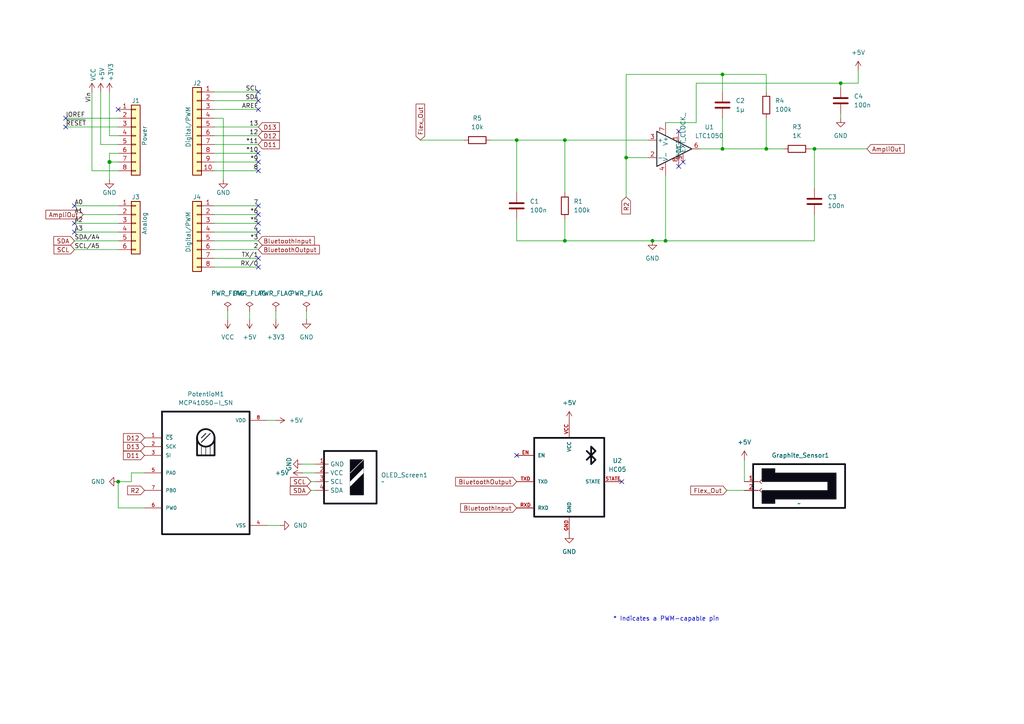
<source format=kicad_sch>
(kicad_sch (version 20250114) (generator "eeschema") (generator_version "9.0")
  (paper "A4")
  (title_block (date "mar. 31 mars 2015"))
  (lib_symbols
    (symbol "+3V3_1" (power) (pin_numbers (hide yes)) (pin_names (offset 0) (hide yes))
      (property "Value" "+3V3" (at 0 3.556 0))
      (symbol "+3V3_1_0_1"
        (polyline (pts (xy -0.762 1.27) (xy 0 2.54)))
        (polyline (pts (xy 0 2.54) (xy 0.762 1.27)))
        (polyline (pts (xy 0 0) (xy 0 2.54)))
      )
      (symbol "+3V3_1_1_1"
        (pin power_in line (at 0 0 90) (length 0) (name "~") (number "1"))
      )
    )
    (symbol "+5V_1" (power) (pin_numbers (hide yes)) (pin_names (offset 0) (hide yes))
      (property "Value" "+5V" (at 0 3.556 0))
      (symbol "+5V_1_0_1"
        (polyline (pts (xy -0.762 1.27) (xy 0 2.54)))
        (polyline (pts (xy 0 2.54) (xy 0.762 1.27)))
        (polyline (pts (xy 0 0) (xy 0 2.54)))
      )
      (symbol "+5V_1_1_1"
        (pin power_in line (at 0 0 90) (length 0) (name "~") (number "1"))
      )
    )
    (symbol "+5V_2" (power) (pin_numbers (hide yes)) (pin_names (offset 0) (hide yes))
      (property "Value" "+5V" (at 0 3.556 0))
      (symbol "+5V_2_0_1"
        (polyline (pts (xy -0.762 1.27) (xy 0 2.54)))
        (polyline (pts (xy 0 2.54) (xy 0.762 1.27)))
        (polyline (pts (xy 0 0) (xy 0 2.54)))
      )
      (symbol "+5V_2_1_1"
        (pin power_in line (at 0 0 90) (length 0) (name "~") (number "1"))
      )
    )
    (symbol "+5V_3" (power) (pin_numbers (hide yes)) (pin_names (offset 0) (hide yes))
      (property "Value" "+5V" (at 0 3.556 0))
      (symbol "+5V_3_0_1"
        (polyline (pts (xy -0.762 1.27) (xy 0 2.54)))
        (polyline (pts (xy 0 2.54) (xy 0.762 1.27)))
        (polyline (pts (xy 0 0) (xy 0 2.54)))
      )
      (symbol "+5V_3_1_1"
        (pin power_in line (at 0 0 90) (length 0) (name "~") (number "1"))
      )
    )
    (symbol "+5V_4" (power) (pin_numbers (hide yes)) (pin_names (offset 0) (hide yes))
      (property "Value" "+5V" (at 0 3.556 0))
      (symbol "+5V_4_0_1"
        (polyline (pts (xy -0.762 1.27) (xy 0 2.54)))
        (polyline (pts (xy 0 2.54) (xy 0.762 1.27)))
        (polyline (pts (xy 0 0) (xy 0 2.54)))
      )
      (symbol "+5V_4_1_1"
        (pin power_in line (at 0 0 90) (length 0) (name "~") (number "1"))
      )
    )
    (symbol "Connector:Conn_01x02_Socket" (pin_names (offset 1.016) (hide yes))
      (property "Reference" "Graphite_Sensor1" (at 11.176 7.62 0))
      (property "Value" "~" (at 10.795 -6.35 0))
      (symbol "Conn_01x02_Socket_1_1"
        (rectangle (start -2.54 5.08) (end 24.13 -7.62) (stroke (width 0.5) (color 10 10 20 1)))
        (polyline (pts (xy -1.27 0) (xy -0.508 0)) (stroke (width 0.1524)))
        (polyline (pts (xy -1.27 -2.54) (xy -0.508 -2.54)) (stroke (width 0.1524)))
        (polyline (pts (xy 0 3.81) (xy 3.81 3.81) (xy 3.81 2.54) (xy 21.59 2.54) (xy 21.59 -5.08) (xy 3.81 -5.08) (xy 3.81 -6.35) (xy 0 -6.35) (xy 0 -2.54) (xy 19.05 -2.54) (xy 19.05 0) (xy 3.81 0) (xy 0 0) (xy 0 3.81)) (stroke (width 0.1) (color 10 10 20 1)) (fill (type color) (color 10 10 20 1)))
        (arc (start 0 -0.508) (mid -0.5058 0) (end 0 0.508) (stroke (width 0.1524)))
        (arc (start 0 -3.048) (mid -0.5058 -2.54) (end 0 -2.032) (stroke (width 0.1524)))
        (pin passive line (at -5.08 0 0) (length 3.81) (name "VCC") (number "1"))
        (pin passive line (at -5.08 -2.54 0) (length 3.81) (name "OutPut") (number "2"))
      )
    )
    (symbol "Connector_Generic:Conn_01x06" (pin_names (offset 1.016) (hide yes))
      (property "Reference" "J" (at 0 7.62 0))
      (property "Value" "Conn_01x06" (at 0 -10.16 0))
      (symbol "Conn_01x06_1_1"
        (rectangle (start -1.27 6.35) (end 1.27 -8.89) (stroke (width 0.254)) (fill (type background)))
        (rectangle (start -1.27 5.207) (end 0 4.953) (stroke (width 0.1524)))
        (rectangle (start -1.27 2.667) (end 0 2.413) (stroke (width 0.1524)))
        (rectangle (start -1.27 0.127) (end 0 -0.127) (stroke (width 0.1524)))
        (rectangle (start -1.27 -2.413) (end 0 -2.667) (stroke (width 0.1524)))
        (rectangle (start -1.27 -4.953) (end 0 -5.207) (stroke (width 0.1524)))
        (rectangle (start -1.27 -7.493) (end 0 -7.747) (stroke (width 0.1524)))
        (pin passive line (at -5.08 5.08 0) (length 3.81) (name "Pin_1") (number "1"))
        (pin passive line (at -5.08 2.54 0) (length 3.81) (name "Pin_2") (number "2"))
        (pin passive line (at -5.08 0 0) (length 3.81) (name "Pin_3") (number "3"))
        (pin passive line (at -5.08 -2.54 0) (length 3.81) (name "Pin_4") (number "4"))
        (pin passive line (at -5.08 -5.08 0) (length 3.81) (name "Pin_5") (number "5"))
        (pin passive line (at -5.08 -7.62 0) (length 3.81) (name "Pin_6") (number "6"))
      )
    )
    (symbol "Connector_Generic:Conn_01x08" (pin_names (offset 1.016) (hide yes))
      (property "Reference" "J" (at 0 10.16 0))
      (property "Value" "Conn_01x08" (at 0 -12.7 0))
      (symbol "Conn_01x08_1_1"
        (rectangle (start -1.27 8.89) (end 1.27 -11.43) (stroke (width 0.254)) (fill (type background)))
        (rectangle (start -1.27 7.747) (end 0 7.493) (stroke (width 0.1524)))
        (rectangle (start -1.27 5.207) (end 0 4.953) (stroke (width 0.1524)))
        (rectangle (start -1.27 2.667) (end 0 2.413) (stroke (width 0.1524)))
        (rectangle (start -1.27 0.127) (end 0 -0.127) (stroke (width 0.1524)))
        (rectangle (start -1.27 -2.413) (end 0 -2.667) (stroke (width 0.1524)))
        (rectangle (start -1.27 -4.953) (end 0 -5.207) (stroke (width 0.1524)))
        (rectangle (start -1.27 -7.493) (end 0 -7.747) (stroke (width 0.1524)))
        (rectangle (start -1.27 -10.033) (end 0 -10.287) (stroke (width 0.1524)))
        (pin passive line (at -5.08 7.62 0) (length 3.81) (name "Pin_1") (number "1"))
        (pin passive line (at -5.08 5.08 0) (length 3.81) (name "Pin_2") (number "2"))
        (pin passive line (at -5.08 2.54 0) (length 3.81) (name "Pin_3") (number "3"))
        (pin passive line (at -5.08 0 0) (length 3.81) (name "Pin_4") (number "4"))
        (pin passive line (at -5.08 -2.54 0) (length 3.81) (name "Pin_5") (number "5"))
        (pin passive line (at -5.08 -5.08 0) (length 3.81) (name "Pin_6") (number "6"))
        (pin passive line (at -5.08 -7.62 0) (length 3.81) (name "Pin_7") (number "7"))
        (pin passive line (at -5.08 -10.16 0) (length 3.81) (name "Pin_8") (number "8"))
      )
    )
    (symbol "Connector_Generic:Conn_01x10" (pin_names (offset 1.016) (hide yes))
      (property "Reference" "J" (at 0 12.7 0))
      (property "Value" "Conn_01x10" (at 0 -15.24 0))
      (symbol "Conn_01x10_1_1"
        (rectangle (start -1.27 11.43) (end 1.27 -13.97) (stroke (width 0.254)) (fill (type background)))
        (rectangle (start -1.27 10.287) (end 0 10.033) (stroke (width 0.1524)))
        (rectangle (start -1.27 7.747) (end 0 7.493) (stroke (width 0.1524)))
        (rectangle (start -1.27 5.207) (end 0 4.953) (stroke (width 0.1524)))
        (rectangle (start -1.27 2.667) (end 0 2.413) (stroke (width 0.1524)))
        (rectangle (start -1.27 0.127) (end 0 -0.127) (stroke (width 0.1524)))
        (rectangle (start -1.27 -2.413) (end 0 -2.667) (stroke (width 0.1524)))
        (rectangle (start -1.27 -4.953) (end 0 -5.207) (stroke (width 0.1524)))
        (rectangle (start -1.27 -7.493) (end 0 -7.747) (stroke (width 0.1524)))
        (rectangle (start -1.27 -10.033) (end 0 -10.287) (stroke (width 0.1524)))
        (rectangle (start -1.27 -12.573) (end 0 -12.827) (stroke (width 0.1524)))
        (pin passive line (at -5.08 10.16 0) (length 3.81) (name "Pin_1") (number "1"))
        (pin passive line (at -5.08 7.62 0) (length 3.81) (name "Pin_2") (number "2"))
        (pin passive line (at -5.08 5.08 0) (length 3.81) (name "Pin_3") (number "3"))
        (pin passive line (at -5.08 2.54 0) (length 3.81) (name "Pin_4") (number "4"))
        (pin passive line (at -5.08 0 0) (length 3.81) (name "Pin_5") (number "5"))
        (pin passive line (at -5.08 -2.54 0) (length 3.81) (name "Pin_6") (number "6"))
        (pin passive line (at -5.08 -5.08 0) (length 3.81) (name "Pin_7") (number "7"))
        (pin passive line (at -5.08 -7.62 0) (length 3.81) (name "Pin_8") (number "8"))
        (pin passive line (at -5.08 -10.16 0) (length 3.81) (name "Pin_9") (number "9"))
        (pin passive line (at -5.08 -12.7 0) (length 3.81) (name "Pin_10") (number "10"))
      )
    )
    (symbol "Device:C" (pin_numbers (hide yes)) (pin_names (offset 0.254))
      (property "Reference" "C" (at 0.635 2.54 0))
      (property "Value" "C" (at 0.635 -2.54 0))
      (symbol "C_0_1"
        (polyline (pts (xy -2.032 0.762) (xy 2.032 0.762)) (stroke (width 0.508)))
        (polyline (pts (xy -2.032 -0.762) (xy 2.032 -0.762)) (stroke (width 0.508)))
      )
      (symbol "C_1_1"
        (pin passive line (at 0 3.81 270) (length 2.794) (name "~") (number "1"))
        (pin passive line (at 0 -3.81 90) (length 2.794) (name "~") (number "2"))
      )
    )
    (symbol "Device:R" (pin_numbers (hide yes)) (pin_names (offset 0))
      (property "Reference" "R" (at 2.032 0 90))
      (property "Value" "R" (at 0 0 90))
      (symbol "R_0_1"
        (rectangle (start -1.016 -2.54) (end 1.016 2.54) (stroke (width 0.254)))
      )
      (symbol "R_1_1"
        (pin passive line (at 0 3.81 270) (length 1.27) (name "~") (number "1"))
        (pin passive line (at 0 -3.81 90) (length 1.27) (name "~") (number "2"))
      )
    )
    (symbol "GND_1" (power) (pin_numbers (hide yes)) (pin_names (offset 0) (hide yes))
      (property "Value" "GND" (at 0 -3.81 0))
      (symbol "GND_1_0_1"
        (polyline (pts (xy 0 0) (xy 0 -1.27) (xy 1.27 -1.27) (xy 0 -2.54) (xy -1.27 -1.27) (xy 0 -1.27)))
      )
      (symbol "GND_1_1_1"
        (pin power_in line (at 0 0 270) (length 0) (name "~") (number "1"))
      )
    )
    (symbol "GND_3" (power) (pin_numbers (hide yes)) (pin_names (offset 0) (hide yes))
      (property "Value" "GND" (at 0 -3.81 0))
      (symbol "GND_3_0_1"
        (polyline (pts (xy 0 0) (xy 0 -1.27) (xy 1.27 -1.27) (xy 0 -2.54) (xy -1.27 -1.27) (xy 0 -1.27)))
      )
      (symbol "GND_3_1_1"
        (pin power_in line (at 0 0 270) (length 0) (name "~") (number "1"))
      )
    )
    (symbol "GND_4" (power) (pin_numbers (hide yes)) (pin_names (offset 0) (hide yes))
      (property "Value" "GND" (at 0 -3.81 0))
      (symbol "GND_4_0_1"
        (polyline (pts (xy 0 0) (xy 0 -1.27) (xy 1.27 -1.27) (xy 0 -2.54) (xy -1.27 -1.27) (xy 0 -1.27)))
      )
      (symbol "GND_4_1_1"
        (pin power_in line (at 0 0 270) (length 0) (name "~") (number "1"))
      )
    )
    (symbol "Graphite:HC05" (pin_names (offset 1.016))
      (property "Reference" "U2" (at 16.51 6.0708 0))
      (property "Value" "HC05" (at 16.51 3.5308 0))
      (symbol "HC05_0_0"
        (pin bidirectional line (at -12.7 7.62 0) (length 5.08) (name "EN") (number "EN"))
        (pin bidirectional line (at -12.7 0 0) (length 5.08) (name "TXD") (number "TXD"))
        (pin bidirectional line (at -12.7 -7.62 0) (length 5.08) (name "RXD") (number "RXD"))
        (pin bidirectional line (at 2.54 17.78 270) (length 5.08) (name "VCC") (number "VCC"))
        (pin bidirectional line (at 17.78 0 180) (length 5.08) (name "STATE") (number "STATE"))
      )
      (symbol "HC05_1_0"
        (rectangle (start -7.62 12.7) (end 12.7 -10.16) (stroke (width 0.5) (color 10 10 20 1)))
        (pin input line (at 2.54 -15.24 90) (length 5.08) (name "GND") (number "GND"))
      )
      (symbol "HC05_1_1"
        (polyline (pts (xy 7.62 8.89) (xy 8.89 7.62) (xy 10.16 8.89) (xy 8.89 10.16) (xy 8.89 5.08) (xy 10.16 6.35) (xy 8.89 7.62) (xy 7.62 6.35)) (stroke (width 0.5) (color 10 10 20 1)))
      )
    )
    (symbol "Graphite:LTC1050" (pin_names (offset 0.127))
      (property "Reference" "U1" (at 10.16 6.3186 0))
      (property "Value" "LTC1050" (at 10.16 3.7786 0))
      (symbol "LTC1050_1_1"
        (polyline (pts (xy -5.08 5.08) (xy -5.08 -5.08) (xy 5.08 0) (xy -5.08 5.08)) (stroke (width 0.25) (color 10 10 20 1)))
        (pin input line (at -7.62 2.54 0) (length 2.54) (name "+") (number "3"))
        (pin input line (at -7.62 -2.54 0) (length 2.54) (name "-") (number "2"))
        (pin no_connect line (at -5.08 0 0) (length 3.81) (hide yes) (name "NC") (number "1"))
        (pin power_in line (at -2.54 7.62 270) (length 3.81) (name "V+") (number "7"))
        (pin power_in line (at -2.54 -7.62 90) (length 3.81) (name "V-") (number "4"))
        (pin no_connect line (at 0 2.54 270) (length 3.81) (hide yes) (name "NC") (number "8"))
        (pin no_connect line (at 0 -2.54 90) (length 3.81) (hide yes) (name "NC") (number "5"))
        (pin passive line (at 1.27 5.08 270) (length 3.81) (name "NC1") (number "1"))
        (pin passive line (at 1.27 -5.08 90) (length 3.81) (name "NC2") (number "8"))
        (pin input line (at 2.54 -3.81 90) (length 2.54) (name "EXT_CLOCK_") (number "5"))
        (pin output line (at 7.62 0 180) (length 2.54) (name "~") (number "6"))
      )
    )
    (symbol "Graphite:MCP41050-I_SN" (pin_names (offset 1.016))
      (property "Reference" "PotentioM" (at 0 22.86 0))
      (property "Value" "MCP41050-I_SN" (at 0 20.32 0))
      (symbol "MCP41050-I_SN_0_0"
        (pin input line (at -17.78 10.16 0) (length 5.08) (name "~{CS}") (number "1"))
        (pin input line (at -17.78 7.62 0) (length 5.08) (name "SCK") (number "2"))
        (pin input line (at -17.78 5.08 0) (length 5.08) (name "SI") (number "3"))
        (pin bidirectional line (at -17.78 0 0) (length 5.08) (name "PA0") (number "5"))
        (pin bidirectional line (at -17.78 -5.08 0) (length 5.08) (name "PB0") (number "7"))
        (pin bidirectional line (at -17.78 -10.16 0) (length 5.08) (name "PW0") (number "6"))
        (pin power_in line (at 17.78 15.24 180) (length 5.08) (name "VDD") (number "8"))
        (pin power_in line (at 17.78 -15.24 180) (length 5.08) (name "VSS") (number "4"))
      )
      (symbol "MCP41050-I_SN_1_0"
        (rectangle (start -12.7 17.78) (end 12.7 -17.78) (stroke (width 0.5) (color 10 10 20 1)))
        (polyline (pts (xy -1.27 10.16) (xy 0 11.43)) (stroke (width 0.25) (color 10 10 20 1)))
        (polyline (pts (xy -1.27 8.89) (xy 1.27 11.43)) (stroke (width 0.25) (color 10 10 20 1)))
        (circle (center 0 10.16) (radius 2.54) (stroke (width 0.5) (color 10 10 20 1)))
        (polyline (pts (xy 2.54 10.16) (xy 2.54 5.08) (xy -2.54 5.08) (xy -2.54 10.16)) (stroke (width 0.5) (color 10 10 20 1)))
      )
      (symbol "MCP41050-I_SN_1_1"
        (polyline (pts (xy -1.27 7.62) (xy -1.27 5.08)) (stroke (width 0) (color 10 10 20 1)))
        (polyline (pts (xy 0 7.62) (xy 0 5.08)) (stroke (width 0) (color 10 10 20 1)))
        (polyline (pts (xy 1.27 7.62) (xy 1.27 5.08)) (stroke (width 0) (color 10 10 20 1)))
      )
    )
    (symbol "Graphite:OLED"
      (property "Reference" "OLED_Screen1" (at 13.97 -0.6349 0))
      (property "Value" "~" (at 13.97 -2.54 0))
      (symbol "OLED_1_1"
        (rectangle (start -2.54 6.35) (end 12.7 -8.89) (stroke (width 0.5) (color 10 10 20 1)))
        (rectangle (start 5.08 3.81) (end 8.89 -6.35) (stroke (width 0.254) (color 10 10 20 1)) (fill (type outline)))
        (polyline (pts (xy 5.08 0) (xy 8.89 3.81)) (stroke (width 0) (color 255 255 255 1)))
        (polyline (pts (xy 5.08 -2.54) (xy 8.89 1.27) (xy 8.89 0) (xy 5.08 -3.81) (xy 5.08 -2.54)) (stroke (width 0) (color 255 255 255 1)) (fill (type outline)))
        (pin input line (at -5.08 2.54 0) (length 3.81) (name "GND") (number "1"))
        (pin input line (at -5.08 0 0) (length 3.81) (name "VCC") (number "2"))
        (pin input line (at -5.08 -2.54 0) (length 3.81) (name "SCL") (number "3"))
        (pin bidirectional line (at -5.08 -5.08 0) (length 3.81) (name "SDA") (number "4"))
      )
    )
    (symbol "VCC_1" (power) (pin_numbers (hide yes)) (pin_names (offset 0) (hide yes))
      (property "Value" "VCC" (at 0 3.556 0))
      (symbol "VCC_1_0_1"
        (polyline (pts (xy -0.762 1.27) (xy 0 2.54)))
        (polyline (pts (xy 0 2.54) (xy 0.762 1.27)))
        (polyline (pts (xy 0 0) (xy 0 2.54)))
      )
      (symbol "VCC_1_1_1"
        (pin power_in line (at 0 0 90) (length 0) (name "~") (number "1"))
      )
    )
    (symbol "power:+3V3" (power) (pin_names (offset 0))
      (property "Value" "+3V3" (at 0 3.556 0))
      (symbol "+3V3_0_1"
        (polyline (pts (xy -0.762 1.27) (xy 0 2.54)))
        (polyline (pts (xy 0 2.54) (xy 0.762 1.27)))
        (polyline (pts (xy 0 0) (xy 0 2.54)))
      )
      (symbol "+3V3_1_1"
        (pin power_in line (at 0 0 90) (length 0) (hide yes) (name "+3V3") (number "1"))
      )
    )
    (symbol "power:+5V" (power) (pin_names (offset 0))
      (property "Value" "+5V" (at 0 3.556 0))
      (symbol "+5V_0_1"
        (polyline (pts (xy -0.762 1.27) (xy 0 2.54)))
        (polyline (pts (xy 0 2.54) (xy 0.762 1.27)))
        (polyline (pts (xy 0 0) (xy 0 2.54)))
      )
      (symbol "+5V_1_1"
        (pin power_in line (at 0 0 90) (length 0) (hide yes) (name "+5V") (number "1"))
      )
    )
    (symbol "power:GND" (power) (pin_names (offset 0))
      (property "Value" "GND" (at 0 -3.81 0))
      (symbol "GND_0_1"
        (polyline (pts (xy 0 0) (xy 0 -1.27) (xy 1.27 -1.27) (xy 0 -2.54) (xy -1.27 -1.27) (xy 0 -1.27)))
      )
      (symbol "GND_1_1"
        (pin power_in line (at 0 0 270) (length 0) (hide yes) (name "GND") (number "1"))
      )
    )
    (symbol "power:PWR_FLAG" (power) (pin_numbers (hide yes)) (pin_names (offset 0) (hide yes))
      (property "Value" "PWR_FLAG" (at 0 3.81 0))
      (symbol "PWR_FLAG_0_0"
        (pin power_out line (at 0 0 90) (length 0) (name "~") (number "1"))
      )
      (symbol "PWR_FLAG_0_1"
        (polyline (pts (xy 0 0) (xy 0 1.27) (xy -1.016 1.905) (xy 0 2.54) (xy 1.016 1.905) (xy 0 1.27)))
      )
    )
    (symbol "power:VCC" (power) (pin_names (offset 0))
      (property "Value" "VCC" (at 0 3.81 0))
      (symbol "VCC_0_1"
        (polyline (pts (xy -0.762 1.27) (xy 0 2.54)))
        (polyline (pts (xy 0 2.54) (xy 0.762 1.27)))
        (polyline (pts (xy 0 0) (xy 0 2.54)))
      )
      (symbol "VCC_1_1"
        (pin power_in line (at 0 0 90) (length 0) (hide yes) (name "VCC") (number "1"))
      )
    )
  )
  (text "* Indicates a PWM-capable pin" (at 177.8 180.34 0) (effects (font (size 1.27 1.27)) (justify left bottom)))
  (junction (at 181.61 45.72))
  (junction (at 149.86 40.64))
  (junction (at 163.83 40.64))
  (junction (at 31.75 46.99) (diameter 1.016))
  (junction (at 34.29 139.7))
  (junction (at 243.84 24.13))
  (junction (at 209.55 21.59))
  (junction (at 163.83 69.85))
  (junction (at 189.23 69.85))
  (junction (at 222.25 43.18))
  (junction (at 236.22 43.18))
  (junction (at 193.04 69.85))
  (junction (at 209.55 43.18))
  (no_connect (at 19.05 36.83))
  (no_connect (at 74.93 49.53))
  (no_connect (at 74.93 74.93))
  (no_connect (at 21.59 59.69))
  (no_connect (at 74.93 31.75))
  (no_connect (at 196.85 48.26))
  (no_connect (at 74.93 46.99))
  (no_connect (at 74.93 29.21))
  (no_connect (at 74.93 59.69))
  (no_connect (at 74.93 62.23))
  (no_connect (at 74.93 67.31))
  (no_connect (at 74.8286 44.45))
  (no_connect (at 196.85 38.1))
  (no_connect (at 198.12 46.99))
  (no_connect (at 74.93 64.77))
  (no_connect (at 74.93 26.67))
  (no_connect (at 180.34 139.7))
  (no_connect (at 74.93 77.47))
  (no_connect (at 34.29 31.75))
  (no_connect (at 21.59 64.77))
  (no_connect (at 19.05 34.29))
  (no_connect (at 149.86 132.08))
  (no_connect (at 21.59 67.31))
  (wire (pts (xy 62.23 77.47) (xy 74.93 77.47)))
  (wire (pts (xy 87.63 137.16) (xy 91.44 137.16)))
  (wire (pts (xy 236.22 43.18) (xy 236.22 54.61)))
  (wire (pts (xy 181.61 45.72) (xy 181.61 57.15)))
  (wire (pts (xy 62.23 26.67) (xy 74.93 26.67)))
  (wire (pts (xy 90.17 139.7) (xy 91.44 139.7)))
  (wire (pts (xy 121.92 40.64) (xy 134.62 40.64)))
  (wire (pts (xy 193.04 69.85) (xy 236.22 69.85)))
  (wire (pts (xy 209.55 21.59) (xy 181.61 21.59)))
  (wire (pts (xy 31.75 44.45) (xy 31.75 46.99)))
  (wire (pts (xy 193.04 35.56) (xy 201.93 35.56)))
  (wire (pts (xy 236.22 62.23) (xy 236.22 69.85)))
  (wire (pts (xy 21.59 72.39) (xy 34.29 72.39)))
  (wire (pts (xy 77.47 152.4) (xy 81.28 152.4)))
  (wire (pts (xy 31.75 46.99) (xy 31.75 52.07)))
  (wire (pts (xy 31.75 39.37) (xy 34.29 39.37)))
  (wire (pts (xy 243.84 33.02) (xy 243.84 34.29)))
  (wire (pts (xy 72.39 90.17) (xy 72.39 92.71)))
  (wire (pts (xy 210.82 142.24) (xy 215.9 142.24)))
  (wire (pts (xy 29.21 41.91) (xy 34.29 41.91)))
  (wire (pts (xy 29.21 26.67) (xy 29.21 41.91)))
  (wire (pts (xy 24.13 62.23) (xy 34.29 62.23)))
  (wire (pts (xy 149.86 69.85) (xy 163.83 69.85)))
  (wire (pts (xy 41.91 147.32) (xy 34.29 147.32)))
  (wire (pts (xy 222.25 34.29) (xy 222.25 43.18)))
  (wire (pts (xy 62.23 36.83) (xy 74.93 36.83)))
  (wire (pts (xy 201.93 24.13) (xy 201.93 35.56)))
  (wire (pts (xy 189.23 69.85) (xy 193.04 69.85)))
  (wire (pts (xy 31.75 26.67) (xy 31.75 39.37)))
  (wire (pts (xy 62.23 59.69) (xy 74.93 59.69)))
  (wire (pts (xy 62.23 39.37) (xy 74.93 39.37)))
  (wire (pts (xy 62.23 62.23) (xy 74.93 62.23)))
  (wire (pts (xy 209.55 34.29) (xy 209.55 43.18)))
  (wire (pts (xy 41.91 137.16) (xy 38.1 137.16)))
  (wire (pts (xy 142.24 40.64) (xy 149.86 40.64)))
  (wire (pts (xy 149.86 55.88) (xy 149.86 40.64)))
  (wire (pts (xy 222.25 21.59) (xy 209.55 21.59)))
  (wire (pts (xy 62.23 46.99) (xy 74.93 46.99)))
  (wire (pts (xy 38.1 137.16) (xy 38.1 139.7)))
  (wire (pts (xy 34.29 139.7) (xy 34.29 147.32)))
  (wire (pts (xy 243.84 24.13) (xy 248.92 24.13)))
  (wire (pts (xy 62.23 67.31) (xy 74.93 67.31)))
  (wire (pts (xy 66.04 90.17) (xy 66.04 92.71)))
  (wire (pts (xy 19.05 34.29) (xy 34.29 34.29)))
  (wire (pts (xy 163.83 63.5) (xy 163.83 69.85)))
  (wire (pts (xy 149.86 63.5) (xy 149.86 69.85)))
  (wire (pts (xy 149.86 40.64) (xy 163.83 40.64)))
  (wire (pts (xy 215.9 133.35) (xy 215.9 139.7)))
  (wire (pts (xy 64.77 34.29) (xy 64.77 52.07)))
  (wire (pts (xy 209.55 21.59) (xy 209.55 26.67)))
  (wire (pts (xy 62.23 31.75) (xy 74.93 31.75)))
  (wire (pts (xy 34.29 64.77) (xy 21.59 64.77)))
  (wire (pts (xy 193.04 50.8) (xy 193.04 69.85)))
  (wire (pts (xy 19.05 36.83) (xy 34.29 36.83)))
  (wire (pts (xy 234.95 43.18) (xy 236.22 43.18)))
  (wire (pts (xy 34.29 46.99) (xy 31.75 46.99)))
  (wire (pts (xy 62.23 41.91) (xy 74.93 41.91)))
  (wire (pts (xy 222.25 26.67) (xy 222.25 21.59)))
  (wire (pts (xy 77.47 121.92) (xy 80.01 121.92)))
  (wire (pts (xy 34.29 49.53) (xy 26.67 49.53)))
  (wire (pts (xy 88.9 90.17) (xy 88.9 92.71)))
  (wire (pts (xy 251.46 43.18) (xy 236.22 43.18)))
  (wire (pts (xy 181.61 21.59) (xy 181.61 45.72)))
  (wire (pts (xy 203.2 43.18) (xy 209.55 43.18)))
  (wire (pts (xy 201.93 24.13) (xy 243.84 24.13)))
  (wire (pts (xy 62.23 34.29) (xy 64.77 34.29)))
  (wire (pts (xy 38.1 139.7) (xy 34.29 139.7)))
  (wire (pts (xy 34.29 44.45) (xy 31.75 44.45)))
  (wire (pts (xy 222.25 43.18) (xy 227.33 43.18)))
  (wire (pts (xy 243.84 24.13) (xy 243.84 25.4)))
  (wire (pts (xy 62.23 64.77) (xy 74.93 64.77)))
  (wire (pts (xy 90.17 142.24) (xy 91.44 142.24)))
  (wire (pts (xy 21.59 67.31) (xy 34.29 67.31)))
  (wire (pts (xy 80.01 90.17) (xy 80.01 92.71)))
  (wire (pts (xy 87.63 134.62) (xy 91.44 134.62)))
  (wire (pts (xy 21.59 59.69) (xy 34.29 59.69)))
  (wire (pts (xy 209.55 43.18) (xy 222.25 43.18)))
  (wire (pts (xy 163.83 69.85) (xy 189.23 69.85)))
  (wire (pts (xy 62.23 29.21) (xy 74.93 29.21)))
  (wire (pts (xy 62.23 44.45) (xy 74.93 44.45)))
  (wire (pts (xy 62.23 72.39) (xy 74.93 72.39)))
  (wire (pts (xy 62.23 69.85) (xy 74.93 69.85)))
  (wire (pts (xy 187.96 45.72) (xy 181.61 45.72)))
  (wire (pts (xy 163.83 40.64) (xy 163.83 55.88)))
  (wire (pts (xy 62.23 74.93) (xy 74.93 74.93)))
  (wire (pts (xy 187.96 40.64) (xy 163.83 40.64)))
  (wire (pts (xy 26.67 49.53) (xy 26.67 26.67)))
  (wire (pts (xy 34.29 69.85) (xy 21.59 69.85)))
  (wire (pts (xy 62.23 49.53) (xy 74.93 49.53)))
  (wire (pts (xy 248.92 20.32) (xy 248.92 24.13)))
  (label "RX{slash}0" (at 74.93 77.47 180))
  (label "A2" (at 21.59 64.77 0))
  (label "4" (at 74.93 67.31 180))
  (label "2" (at 74.93 72.39 180))
  (label "A3" (at 21.59 67.31 0))
  (label "13" (at 74.93 36.83 180))
  (label "12" (at 74.93 39.37 180))
  (label "~{RESET}" (at 19.05 36.83 0))
  (label "*10" (at 74.93 44.45 180))
  (label "7" (at 74.93 59.69 180))
  (label "SDA" (at 74.93 29.21 180))
  (label "8" (at 74.93 49.53 180))
  (label "*11" (at 74.93 41.91 180))
  (label "*3" (at 74.93 69.85 180))
  (label "A1" (at 21.59 62.23 0))
  (label "TX{slash}1" (at 74.93 74.93 180))
  (label "A0" (at 21.59 59.69 0))
  (label "AREF" (at 74.93 31.75 180))
  (label "Vin" (at 26.67 26.67 270))
  (label "*6" (at 74.93 62.23 180))
  (label "SCL" (at 74.93 26.67 180))
  (label "*9" (at 74.93 46.99 180))
  (label "*5" (at 74.93 64.77 180))
  (label "IOREF" (at 19.05 34.29 0))
  (label "SDA{slash}A4" (at 21.59 69.85 0))
  (label "SCL{slash}A5" (at 21.59 72.39 0))
  (global_label "BluetoothOutput" (shape input) (at 149.86 139.7 180) (property "Intersheetrefs" "${INTERSHEET_REFS}" (effects (hide yes))))
  (global_label "R2" (shape input) (at 41.91 142.24 180) (property "Intersheetrefs" "${INTERSHEET_REFS}" (effects (hide yes))))
  (global_label "D12" (shape input) (at 41.91 127 180) (property "Intersheetrefs" "${INTERSHEET_REFS}" (effects (hide yes))))
  (global_label "D11" (shape input) (at 74.93 41.91 0) (property "Intersheetrefs" "${INTERSHEET_REFS}" (effects (hide yes))))
  (global_label "D13" (shape input) (at 41.91 129.54 180) (property "Intersheetrefs" "${INTERSHEET_REFS}" (effects (hide yes))))
  (global_label "D13" (shape input) (at 74.93 36.83 0) (property "Intersheetrefs" "${INTERSHEET_REFS}" (effects (hide yes))))
  (global_label "Flex_Out" (shape input) (at 210.82 142.24 180) (property "Intersheetrefs" "${INTERSHEET_REFS}" (effects (hide yes))))
  (global_label "SDA" (shape input) (at 21.59 69.85 180) (property "Intersheetrefs" "${INTERSHEET_REFS}" (effects (hide yes))))
  (global_label "R2" (shape input) (at 181.61 57.15 270) (property "Intersheetrefs" "${INTERSHEET_REFS}" (effects (hide yes))))
  (global_label "Flex_Out" (shape input) (at 121.92 40.64 90) (property "Intersheetrefs" "${INTERSHEET_REFS}" (effects (hide yes))))
  (global_label "BluetoothInput" (shape input) (at 74.93 69.85 0) (property "Intersheetrefs" "${INTERSHEET_REFS}" (effects (hide yes))))
  (global_label "BluetoothOutput" (shape input) (at 74.93 72.39 0) (property "Intersheetrefs" "${INTERSHEET_REFS}" (effects (hide yes))))
  (global_label "D12" (shape input) (at 74.93 39.37 0) (property "Intersheetrefs" "${INTERSHEET_REFS}" (effects (hide yes))))
  (global_label "SCL" (shape input) (at 21.59 72.39 180) (property "Intersheetrefs" "${INTERSHEET_REFS}" (effects (hide yes))))
  (global_label "SDA" (shape input) (at 90.17 142.24 180) (property "Intersheetrefs" "${INTERSHEET_REFS}" (effects (hide yes))))
  (global_label "AmpliOut" (shape input) (at 24.13 62.23 180) (property "Intersheetrefs" "${INTERSHEET_REFS}" (effects (hide yes))))
  (global_label "BluetoothInput" (shape input) (at 149.86 147.32 180) (property "Intersheetrefs" "${INTERSHEET_REFS}" (effects (hide yes))))
  (global_label "SCL" (shape input) (at 90.17 139.7 180) (property "Intersheetrefs" "${INTERSHEET_REFS}" (effects (hide yes))))
  (global_label "D11" (shape input) (at 41.91 132.08 180) (property "Intersheetrefs" "${INTERSHEET_REFS}" (effects (hide yes))))
  (global_label "AmpliOut" (shape input) (at 251.46 43.18 0) (property "Intersheetrefs" "${INTERSHEET_REFS}" (effects (hide yes))))
  (symbol (lib_id "Connector_Generic:Conn_01x08") (at 39.37 39.37 0) (unit 1)
    (property "Reference" "J1" (at 39.37 29.21 0))
    (property "Value" "Power" (at 41.91 39.37 90))
    (property "Footprint" "Connector_PinSocket_2.54mm:PinSocket_1x08_P2.54mm_Vertical" (effects (hide yes)))
  )
  (symbol (lib_id "power:+3V3") (at 31.75 26.67 0) (unit 1)
    (property "Reference" "#PWR03" (effects (hide yes)))
    (property "Value" "+3V3" (at 32.131 23.622 90) (effects (justify left)))
  )
  (symbol (lib_id "power:+5V") (at 29.21 26.67 0) (unit 1)
    (property "Reference" "#PWR02" (effects (hide yes)))
    (property "Value" "+5V" (at 29.5656 23.622 90) (effects (justify left)))
  )
  (symbol (lib_id "power:GND") (at 31.75 52.07 0) (unit 1)
    (property "Reference" "#PWR04" (effects (hide yes)))
    (property "Value" "GND" (at 31.75 55.88 0))
  )
  (symbol (lib_id "Connector_Generic:Conn_01x10") (at 57.15 36.83 0) (mirror y) (unit 1)
    (property "Reference" "J2" (at 57.15 24.13 0))
    (property "Value" "Digital/PWM" (at 54.61 36.83 90))
    (property "Footprint" "Connector_PinSocket_2.54mm:PinSocket_1x10_P2.54mm_Vertical" (effects (hide yes)))
  )
  (symbol (lib_id "power:GND") (at 64.77 52.07 0) (unit 1)
    (property "Reference" "#PWR05" (effects (hide yes)))
    (property "Value" "GND" (at 64.77 55.88 0))
  )
  (symbol (lib_id "Connector_Generic:Conn_01x06") (at 39.37 64.77 0) (unit 1)
    (property "Reference" "J3" (at 39.37 57.15 0))
    (property "Value" "Analog" (at 41.91 64.77 90))
    (property "Footprint" "Connector_PinSocket_2.54mm:PinSocket_1x06_P2.54mm_Vertical" (effects (hide yes)))
  )
  (symbol (lib_id "Connector_Generic:Conn_01x08") (at 57.15 67.31 0) (mirror y) (unit 1)
    (property "Reference" "J4" (at 57.15 57.15 0))
    (property "Value" "Digital/PWM" (at 54.61 67.31 90))
    (property "Footprint" "Connector_PinSocket_2.54mm:PinSocket_1x08_P2.54mm_Vertical" (effects (hide yes)))
  )
  (symbol (lib_id "Device:R") (at 222.25 30.48 180) (unit 1)
    (property "Reference" "R4" (at 224.79 29.2099 0) (effects (justify right)))
    (property "Value" "100k" (at 224.79 31.7499 0) (effects (justify right)))
    (property "Footprint" "Resistor_THT:R_Axial_DIN0204_L3.6mm_D1.6mm_P7.62mm_Horizontal" (effects (hide yes)))
    (property "Description" "Resistor" (effects (hide yes)))
  )
  (symbol (lib_id "Connector:Conn_01x02_Socket") (at 220.98 139.7 0) (unit 1)
    (property "Reference" "Graphite_Sensor1" (at 232.156 132.08 0))
    (property "Value" "~" (at 231.775 146.05 0))
    (property "Footprint" "Capteur4A:Sensor" (effects (hide yes)))
    (property "Description" "Graphite Sensor" (effects (hide yes)))
  )
  (symbol (lib_id "Device:C") (at 243.84 29.21 180) (unit 1)
    (property "Reference" "C4" (at 247.65 27.9399 0) (effects (justify right)))
    (property "Value" "100n" (at 247.65 30.4799 0) (effects (justify right)))
    (property "Footprint" "Capacitor_THT:C_Disc_D3.0mm_W2.0mm_P2.50mm" (effects (hide yes)))
    (property "Description" "Unpolarized capacitor" (effects (hide yes)))
  )
  (symbol (lib_name "GND_3") (lib_id "power:GND") (at 88.9 92.71 0) (unit 1)
    (property "Reference" "#PWR012" (effects (hide yes)))
    (property "Value" "GND" (at 88.9 97.79 0))
    (property "Description" "Power symbol creates a global label with name \"GND\" , ground" (effects (hide yes)))
  )
  (symbol (lib_id "Device:C") (at 209.55 30.48 0) (unit 1)
    (property "Reference" "C2" (at 213.36 29.2099 0) (effects (justify left)))
    (property "Value" "1µ" (at 213.36 31.7499 0) (effects (justify left)))
    (property "Footprint" "Capacitor_THT:C_Rect_L7.0mm_W4.5mm_P5.00mm" (effects (hide yes)))
    (property "Description" "Unpolarized capacitor" (effects (hide yes)))
  )
  (symbol (lib_name "+5V_1") (lib_id "power:+5V") (at 248.92 20.32 0) (unit 1)
    (property "Reference" "#PWR08" (effects (hide yes)))
    (property "Value" "+5V" (at 248.92 15.24 0))
    (property "Description" "Power symbol creates a global label with name \"+5V\"" (effects (hide yes)))
  )
  (symbol (lib_id "Graphite:MCP41050-I_SN") (at 59.69 137.16 0) (unit 1)
    (property "Reference" "PotentioM1" (at 59.69 114.3 0))
    (property "Value" "MCP41050-I_SN" (at 59.69 116.84 0))
    (property "Footprint" "Capteur4A:MCP41050" (effects (hide yes)))
    (property "MF" "Microchip" (effects (hide yes)))
    (property "Description_1" "\n                        \n                            MCP41050-I/SN,Digital Potentiometer 50kOhms 256-Pos Linear Serial-SPI 8-Pin SOIC | Microchip Technology Inc. MCP41050-I/SN\n                        \n" (effects (hide yes)))
    (property "Package" "SOIC-8 Microchip" (effects (hide yes)))
    (property "Price" "None" (effects (hide yes)))
    (property "SnapEDA_Link" "https://www.snapeda.com/parts/MCP41050-I/SN/Microchip/view-part/?ref=snap" (effects (hide yes)))
    (property "MP" "MCP41050-I/SN" (effects (hide yes)))
    (property "Availability" "In Stock" (effects (hide yes)))
    (property "Check_prices" "https://www.snapeda.com/parts/MCP41050-I/SN/Microchip/view-part/?ref=eda" (effects (hide yes)))
  )
  (symbol (lib_id "Device:C") (at 149.86 59.69 0) (unit 1)
    (property "Reference" "C1" (at 153.67 58.4199 0) (effects (justify left)))
    (property "Value" "100n" (at 153.67 60.9599 0) (effects (justify left)))
    (property "Footprint" "Capacitor_THT:C_Disc_D3.0mm_W2.0mm_P2.50mm" (effects (hide yes)))
    (property "Description" "Unpolarized capacitor" (effects (hide yes)))
  )
  (symbol (lib_name "GND_3") (lib_id "power:GND") (at 81.28 152.4 90) (unit 1)
    (property "Reference" "#PWR019" (effects (hide yes)))
    (property "Value" "GND" (at 85.09 152.3999 90) (effects (justify right)))
    (property "Description" "Power symbol creates a global label with name \"GND\" , ground" (effects (hide yes)))
  )
  (symbol (lib_id "power:PWR_FLAG") (at 88.9 90.17 0) (unit 1)
    (property "Reference" "#FLG04" (effects (hide yes)))
    (property "Value" "PWR_FLAG" (at 88.9 85.09 0))
    (property "Description" "Special symbol for telling ERC where power comes from" (effects (hide yes)))
  )
  (symbol (lib_id "Graphite:LTC1050") (at 195.58 43.18 0) (unit 1)
    (property "Reference" "U1" (at 205.74 36.8614 0))
    (property "Value" "LTC1050" (at 205.74 39.4014 0))
    (property "Footprint" "Capteur4A:LTC1050" (effects (hide yes)))
    (property "Datasheet" "https://www.analog.com/media/en/technical-documentation/data-sheets/OP1177_2177_4177.pdf" (effects (hide yes)))
    (property "Description" "Precision Low Noise, Low Input Bias Current Operational Amplifier, SOIC-8" (effects (hide yes)))
  )
  (symbol (lib_name "GND_1") (lib_id "power:GND") (at 243.84 34.29 0) (unit 1)
    (property "Reference" "#PWR013" (effects (hide yes)))
    (property "Value" "GND" (at 243.84 39.37 0))
    (property "Description" "Power symbol creates a global label with name \"GND\" , ground" (effects (hide yes)))
  )
  (symbol (lib_id "power:PWR_FLAG") (at 72.39 90.17 0) (unit 1)
    (property "Reference" "#FLG02" (effects (hide yes)))
    (property "Value" "PWR_FLAG" (at 72.39 85.09 0))
    (property "Description" "Special symbol for telling ERC where power comes from" (effects (hide yes)))
  )
  (symbol (lib_id "power:PWR_FLAG") (at 66.04 90.17 0) (unit 1)
    (property "Reference" "#FLG01" (effects (hide yes)))
    (property "Value" "PWR_FLAG" (at 66.04 85.09 0))
    (property "Description" "Special symbol for telling ERC where power comes from" (effects (hide yes)))
  )
  (symbol (lib_id "Device:R") (at 231.14 43.18 90) (unit 1)
    (property "Reference" "R3" (at 231.14 36.83 90))
    (property "Value" "1K" (at 231.14 39.37 90))
    (property "Footprint" "Resistor_THT:R_Axial_DIN0204_L3.6mm_D1.6mm_P7.62mm_Horizontal" (effects (hide yes)))
    (property "Description" "Resistor" (effects (hide yes)))
  )
  (symbol (lib_id "power:VCC") (at 26.67 26.67 0) (unit 1)
    (property "Reference" "#PWR01" (effects (hide yes)))
    (property "Value" "VCC" (at 27.051 23.622 90) (effects (justify left)))
  )
  (symbol (lib_name "+5V_2") (lib_id "power:+5V") (at 72.39 92.71 180) (unit 1)
    (property "Reference" "#PWR010" (effects (hide yes)))
    (property "Value" "+5V" (at 72.39 97.79 0))
    (property "Description" "Power symbol creates a global label with name \"+5V\"" (effects (hide yes)))
  )
  (symbol (lib_name "+5V_3") (lib_id "power:+5V") (at 215.9 133.35 0) (unit 1)
    (property "Reference" "#PWR014" (effects (hide yes)))
    (property "Value" "+5V" (at 215.9 128.27 0))
    (property "Description" "Power symbol creates a global label with name \"+5V\"" (effects (hide yes)))
  )
  (symbol (lib_id "Graphite:OLED") (at 96.52 137.16 0) (unit 1)
    (property "Reference" "OLED_Screen1" (at 110.49 137.7949 0) (effects (justify left)))
    (property "Value" "~" (at 110.49 139.7 0) (effects (justify left)))
    (property "Footprint" "Capteur4A:OLED" (effects (hide yes)))
  )
  (symbol (lib_name "GND_4") (lib_id "power:GND") (at 165.1 154.94 0) (unit 1)
    (property "Reference" "#PWR016" (effects (hide yes)))
    (property "Value" "GND" (at 165.1 160.02 0))
    (property "Description" "Power symbol creates a global label with name \"GND\" , ground" (effects (hide yes)))
  )
  (symbol (lib_id "power:PWR_FLAG") (at 80.01 90.17 0) (unit 1)
    (property "Reference" "#FLG03" (effects (hide yes)))
    (property "Value" "PWR_FLAG" (at 80.01 85.09 0))
    (property "Description" "Special symbol for telling ERC where power comes from" (effects (hide yes)))
  )
  (symbol (lib_name "+3V3_1") (lib_id "power:+3V3") (at 80.01 92.71 180) (unit 1)
    (property "Reference" "#PWR011" (effects (hide yes)))
    (property "Value" "+3V3" (at 80.01 97.79 0))
    (property "Description" "Power symbol creates a global label with name \"+3V3\"" (effects (hide yes)))
  )
  (symbol (lib_name "GND_3") (lib_id "power:GND") (at 34.29 139.7 270) (unit 1)
    (property "Reference" "#PWR018" (effects (hide yes)))
    (property "Value" "GND" (at 30.48 139.6999 90) (effects (justify right)))
    (property "Description" "Power symbol creates a global label with name \"GND\" , ground" (effects (hide yes)))
  )
  (symbol (lib_name "+5V_2") (lib_id "power:+5V") (at 80.01 121.92 270) (unit 1)
    (property "Reference" "#PWR022" (effects (hide yes)))
    (property "Value" "+5V" (at 83.82 121.9199 90) (effects (justify left)))
    (property "Description" "Power symbol creates a global label with name \"+5V\"" (effects (hide yes)))
  )
  (symbol (lib_name "VCC_1") (lib_id "power:VCC") (at 66.04 92.71 180) (unit 1)
    (property "Reference" "#PWR09" (effects (hide yes)))
    (property "Value" "VCC" (at 66.04 97.79 0))
    (property "Description" "Power symbol creates a global label with name \"VCC\"" (effects (hide yes)))
  )
  (symbol (lib_id "Graphite:HC05") (at 162.56 139.7 0) (unit 1)
    (property "Reference" "U2" (at 179.07 133.6292 0))
    (property "Value" "HC05" (at 179.07 136.1692 0))
    (property "Footprint" "Capteur4A:HCO5" (effects (hide yes)))
    (property "MF" "TE Connectivity" (effects (hide yes)))
    (property "Description_1" "\n                        \n                            Cable Markers Printable Heat Shrink\n                        \n" (effects (hide yes)))
    (property "Package" "None" (effects (hide yes)))
    (property "Price" "None" (effects (hide yes)))
    (property "SnapEDA_Link" "https://www.snapeda.com/parts/HC05/TE+Connectivity/view-part/?ref=snap" (effects (hide yes)))
    (property "MP" "HC05" (effects (hide yes)))
    (property "Availability" "Not in stock" (effects (hide yes)))
    (property "Check_prices" "https://www.snapeda.com/parts/HC05/TE+Connectivity/view-part/?ref=eda" (effects (hide yes)))
  )
  (symbol (lib_name "+5V_4") (lib_id "power:+5V") (at 165.1 121.92 0) (unit 1)
    (property "Reference" "#PWR017" (effects (hide yes)))
    (property "Value" "+5V" (at 165.1 116.84 0))
    (property "Description" "Power symbol creates a global label with name \"+5V\"" (effects (hide yes)))
  )
  (symbol (lib_id "Device:R") (at 163.83 59.69 0) (unit 1)
    (property "Reference" "R1" (at 166.37 58.4199 0) (effects (justify left)))
    (property "Value" "100k" (at 166.37 60.9599 0) (effects (justify left)))
    (property "Footprint" "Resistor_THT:R_Axial_DIN0204_L3.6mm_D1.6mm_P7.62mm_Horizontal" (effects (hide yes)))
    (property "Description" "Resistor" (effects (hide yes)))
  )
  (symbol (lib_id "power:GND") (at 87.63 134.62 270) (unit 1)
    (property "Reference" "#PWR020" (effects (hide yes)))
    (property "Value" "GND" (at 83.82 134.62 0))
  )
  (symbol (lib_name "GND_1") (lib_id "power:GND") (at 189.23 69.85 0) (unit 1)
    (property "Reference" "#PWR06" (effects (hide yes)))
    (property "Value" "GND" (at 189.23 74.93 0))
    (property "Description" "Power symbol creates a global label with name \"GND\" , ground" (effects (hide yes)))
  )
  (symbol (lib_id "Device:R") (at 138.43 40.64 90) (unit 1)
    (property "Reference" "R5" (at 138.43 34.29 90))
    (property "Value" "10k" (at 138.43 36.83 90))
    (property "Footprint" "Resistor_THT:R_Axial_DIN0204_L3.6mm_D1.6mm_P7.62mm_Horizontal" (effects (hide yes)))
    (property "Description" "Resistor" (effects (hide yes)))
  )
  (symbol (lib_id "Device:C") (at 236.22 58.42 180) (unit 1)
    (property "Reference" "C3" (at 240.03 57.1499 0) (effects (justify right)))
    (property "Value" "100n" (at 240.03 59.6899 0) (effects (justify right)))
    (property "Footprint" "Capacitor_THT:C_Disc_D3.0mm_W2.0mm_P2.50mm" (effects (hide yes)))
    (property "Description" "Unpolarized capacitor" (effects (hide yes)))
  )
  (symbol (lib_name "+5V_2") (lib_id "power:+5V") (at 87.63 137.16 90) (unit 1)
    (property "Reference" "#PWR021" (effects (hide yes)))
    (property "Value" "+5V" (at 83.82 137.1599 90) (effects (justify left)))
    (property "Description" "Power symbol creates a global label with name \"+5V\"" (effects (hide yes)))
  )
)
</source>
